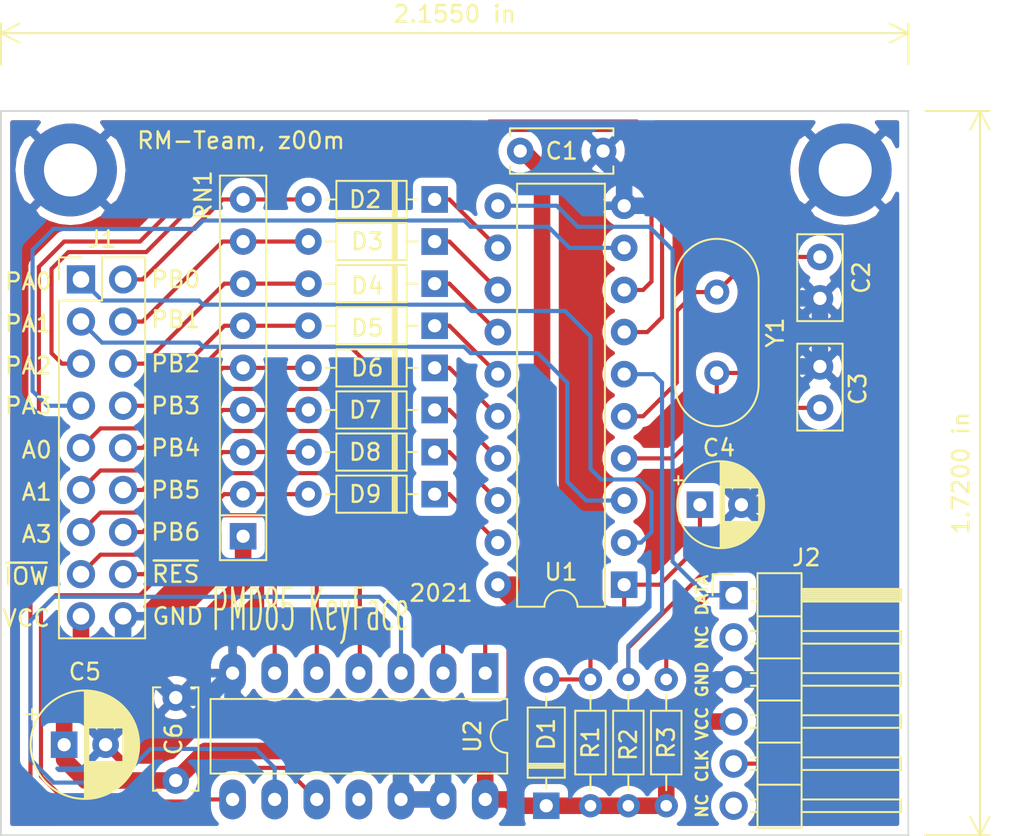
<source format=kicad_pcb>
(kicad_pcb (version 20171130) (host pcbnew "(5.1.9)-1")
  (layers (0 F.Cu signal) (31 B.Cu signal) (34 B.Paste user) (35 F.Paste user) (36 B.SilkS user) (37 F.SilkS user) (38 B.Mask user) (39 F.Mask user) (44 Edge.Cuts user))
  (net 0 "")
  (net 1 GND)
  (net 2 VCC)
  (net 3 "Net-(C2-Pad1)")
  (net 4 "Net-(C3-Pad1)")
  (net 5 "Net-(C4-Pad1)")
  (net 6 /ROW0)
  (net 7 /PB0)
  (net 8 /PB1)
  (net 9 /ROW1)
  (net 10 /ROW2)
  (net 11 /PB2)
  (net 12 /PB3)
  (net 13 /ROW3)
  (net 14 /ROW4)
  (net 15 /PB4)
  (net 16 /PB5)
  (net 17 /SHIFT)
  (net 18 /STOP)
  (net 19 /PB6)
  (net 20 /~RES)
  (net 21 /RESET)
  (net 22 /PA0)
  (net 23 /PA1)
  (net 24 /PA2)
  (net 25 /PA3)
  (net 26 /A0)
  (net 27 /A1)
  (net 28 /A3)
  (net 29 /~IOW)
  (net 30 /DATA)
  (net 31 "Net-(J2-Pad2)")
  (net 32 /CLK)
  (net 33 "Net-(J2-Pad6)")
  (net 34 /0F4h)
  (net 35 "Net-(U2-Pad3)")
  (net 36 "Net-(U2-Pad10)")
  (net 37 "Net-(U2-Pad11)")
  (module Connector_PinHeader_2.54mm:PinHeader_1x06_P2.54mm_Horizontal (layer F.Cu) (at 121.666 81.28)
    (fp_text reference J2 (at 4.385 -2.27) (layer F.SilkS))
    (fp_text value Mini-DIN-6)
    (pad 1 thru_hole rect (at 0 0) (size 1.7 1.7) (drill 1) (layers *.Cu *.Mask) (net 30 /DATA))
    (pad 2 thru_hole oval (at 0 2.54) (size 1.7 1.7) (drill 1) (layers *.Cu *.Mask) (net 31 "Net-(J2-Pad2)"))
    (pad 3 thru_hole oval (at 0 5.08) (size 1.7 1.7) (drill 1) (layers *.Cu *.Mask) (net 1 GND))
    (pad 4 thru_hole oval (at 0 7.62) (size 1.7 1.7) (drill 1) (layers *.Cu *.Mask) (net 2 VCC))
    (pad 5 thru_hole oval (at 0 10.16) (size 1.7 1.7) (drill 1) (layers *.Cu *.Mask) (net 32 /CLK))
    (pad 6 thru_hole oval (at 0 12.7) (size 1.7 1.7) (drill 1) (layers *.Cu *.Mask) (net 33 "Net-(J2-Pad6)"))
  )
  (module MountingHole:MountingHole_3.2mm_M3_DIN965_Pad (layer F.Cu) (at 128.397 55.626)
    (fp_text reference MH2 hide)
    (fp_text value MountingHole_3.2mm_M3_DIN965_Pad hide)
    (pad 1 thru_hole circle (at 0 0) (size 5.6 5.6) (drill 3.2) (layers *.Cu *.Mask) (net 1 GND))
  )
  (module MountingHole:MountingHole_3.2mm_M3_DIN965_Pad (layer F.Cu) (at 81.661 55.626)
    (fp_text reference MH1 hide)
    (fp_text value MountingHole_3.2mm_M3_DIN965_Pad hide)
    (pad 1 thru_hole circle (at 0 0) (size 5.6 5.6) (drill 3.2) (layers *.Cu *.Mask) (net 1 GND))
  )
  (module Capacitor_THT:C_Disc_D6.0mm_W2.5mm_P5.00mm (layer F.Cu) (at 113.792 54.483 180)
    (fp_text reference C1 (at 2.5 0) (layer F.SilkS))
    (fp_text value 100n)
    (pad 1 thru_hole circle (at 0 0 180) (size 1.6 1.6) (drill 0.8) (layers *.Cu *.Mask) (net 1 GND))
    (pad 2 thru_hole circle (at 5 0 180) (size 1.6 1.6) (drill 0.8) (layers *.Cu *.Mask) (net 2 VCC))
  )
  (module Capacitor_THT:C_Disc_D5.0mm_W2.5mm_P2.50mm (layer F.Cu) (at 126.873 60.873 270)
    (fp_text reference C2 (at 1.25 -2.5 90) (layer F.SilkS))
    (fp_text value 18p)
    (pad 2 thru_hole circle (at 2.5 0 270) (size 1.6 1.6) (drill 0.8) (layers *.Cu *.Mask) (net 1 GND))
    (pad 1 thru_hole circle (at 0 0 270) (size 1.6 1.6) (drill 0.8) (layers *.Cu *.Mask) (net 3 "Net-(C2-Pad1)"))
  )
  (module Capacitor_THT:C_Disc_D5.0mm_W2.5mm_P2.50mm (layer F.Cu) (at 126.873 69.977 90)
    (fp_text reference C3 (at 1.143 2.286 90) (layer F.SilkS))
    (fp_text value 18p)
    (pad 1 thru_hole circle (at 0 0 90) (size 1.6 1.6) (drill 0.8) (layers *.Cu *.Mask) (net 4 "Net-(C3-Pad1)"))
    (pad 2 thru_hole circle (at 2.5 0 90) (size 1.6 1.6) (drill 0.8) (layers *.Cu *.Mask) (net 1 GND))
  )
  (module Capacitor_THT:CP_Radial_D5.0mm_P2.50mm (layer F.Cu) (at 119.634 75.819)
    (fp_text reference C4 (at 1.143 -3.429) (layer F.SilkS))
    (fp_text value 1uF)
    (pad 1 thru_hole rect (at 0 0) (size 1.6 1.6) (drill 0.8) (layers *.Cu *.Mask) (net 5 "Net-(C4-Pad1)"))
    (pad 2 thru_hole circle (at 2.5 0) (size 1.6 1.6) (drill 0.8) (layers *.Cu *.Mask) (net 1 GND))
  )
  (module Capacitor_THT:CP_Radial_D6.3mm_P2.50mm (layer F.Cu) (at 81.28 90.297)
    (fp_text reference C5 (at 1.25 -4.4) (layer F.SilkS))
    (fp_text value 100uF)
    (pad 1 thru_hole rect (at 0 0) (size 1.6 1.6) (drill 0.8) (layers *.Cu *.Mask) (net 2 VCC))
    (pad 2 thru_hole circle (at 2.5 0) (size 1.6 1.6) (drill 0.8) (layers *.Cu *.Mask) (net 1 GND))
  )
  (module Capacitor_THT:C_Disc_D6.0mm_W2.5mm_P5.00mm (layer F.Cu) (at 88.011 92.456 90)
    (fp_text reference C6 (at 2.5 -0.127 90) (layer F.SilkS))
    (fp_text value 100n)
    (pad 2 thru_hole circle (at 5 0 90) (size 1.6 1.6) (drill 0.8) (layers *.Cu *.Mask) (net 1 GND))
    (pad 1 thru_hole circle (at 0 0 90) (size 1.6 1.6) (drill 0.8) (layers *.Cu *.Mask) (net 2 VCC))
  )
  (module Diode_THT:D_DO-35_SOD27_P7.62mm_Horizontal (layer F.Cu) (at 110.363 93.98 90)
    (fp_text reference D1 (at 4.318 0 90) (layer F.SilkS))
    (fp_text value 1N4148)
    (pad 1 thru_hole rect (at 0 0 90) (size 1.6 1.6) (drill 0.8) (layers *.Cu *.Mask) (net 2 VCC))
    (pad 2 thru_hole oval (at 7.62 0 90) (size 1.6 1.6) (drill 0.8) (layers *.Cu *.Mask) (net 5 "Net-(C4-Pad1)"))
  )
  (module Diode_THT:D_DO-35_SOD27_P7.62mm_Horizontal (layer F.Cu) (at 103.632 57.404 180)
    (fp_text reference D2 (at 4.191 0) (layer F.SilkS))
    (fp_text value 1N4148)
    (pad 1 thru_hole rect (at 0 0 180) (size 1.6 1.6) (drill 0.8) (layers *.Cu *.Mask) (net 6 /ROW0))
    (pad 2 thru_hole oval (at 7.62 0 180) (size 1.6 1.6) (drill 0.8) (layers *.Cu *.Mask) (net 7 /PB0))
  )
  (module Diode_THT:D_DO-35_SOD27_P7.62mm_Horizontal (layer F.Cu) (at 103.632 59.944 180)
    (fp_text reference D3 (at 4.064 0) (layer F.SilkS))
    (fp_text value 1N4148)
    (pad 2 thru_hole oval (at 7.62 0 180) (size 1.6 1.6) (drill 0.8) (layers *.Cu *.Mask) (net 8 /PB1))
    (pad 1 thru_hole rect (at 0 0 180) (size 1.6 1.6) (drill 0.8) (layers *.Cu *.Mask) (net 9 /ROW1))
  )
  (module Diode_THT:D_DO-35_SOD27_P7.62mm_Horizontal (layer F.Cu) (at 103.632 62.484 180)
    (fp_text reference D4 (at 4.064 -0.127) (layer F.SilkS))
    (fp_text value 1N4148)
    (pad 1 thru_hole rect (at 0 0 180) (size 1.6 1.6) (drill 0.8) (layers *.Cu *.Mask) (net 10 /ROW2))
    (pad 2 thru_hole oval (at 7.62 0 180) (size 1.6 1.6) (drill 0.8) (layers *.Cu *.Mask) (net 11 /PB2))
  )
  (module Diode_THT:D_DO-35_SOD27_P7.62mm_Horizontal (layer F.Cu) (at 103.632 65.024 180)
    (fp_text reference D5 (at 4.064 -0.127) (layer F.SilkS))
    (fp_text value 1N4148)
    (pad 2 thru_hole oval (at 7.62 0 180) (size 1.6 1.6) (drill 0.8) (layers *.Cu *.Mask) (net 12 /PB3))
    (pad 1 thru_hole rect (at 0 0 180) (size 1.6 1.6) (drill 0.8) (layers *.Cu *.Mask) (net 13 /ROW3))
  )
  (module Diode_THT:D_DO-35_SOD27_P7.62mm_Horizontal (layer F.Cu) (at 103.632 67.564 180)
    (fp_text reference D6 (at 4.064 0) (layer F.SilkS))
    (fp_text value 1N4148)
    (pad 1 thru_hole rect (at 0 0 180) (size 1.6 1.6) (drill 0.8) (layers *.Cu *.Mask) (net 14 /ROW4))
    (pad 2 thru_hole oval (at 7.62 0 180) (size 1.6 1.6) (drill 0.8) (layers *.Cu *.Mask) (net 15 /PB4))
  )
  (module Diode_THT:D_DO-35_SOD27_P7.62mm_Horizontal (layer F.Cu) (at 103.632 70.104 180)
    (fp_text reference D7 (at 4.191 0) (layer F.SilkS))
    (fp_text value 1N4148)
    (pad 2 thru_hole oval (at 7.62 0 180) (size 1.6 1.6) (drill 0.8) (layers *.Cu *.Mask) (net 16 /PB5))
    (pad 1 thru_hole rect (at 0 0 180) (size 1.6 1.6) (drill 0.8) (layers *.Cu *.Mask) (net 17 /SHIFT))
  )
  (module Diode_THT:D_DO-35_SOD27_P7.62mm_Horizontal (layer F.Cu) (at 103.632 72.644 180)
    (fp_text reference D8 (at 4.191 0) (layer F.SilkS))
    (fp_text value 1N4148)
    (pad 1 thru_hole rect (at 0 0 180) (size 1.6 1.6) (drill 0.8) (layers *.Cu *.Mask) (net 18 /STOP))
    (pad 2 thru_hole oval (at 7.62 0 180) (size 1.6 1.6) (drill 0.8) (layers *.Cu *.Mask) (net 19 /PB6))
  )
  (module Diode_THT:D_DO-35_SOD27_P7.62mm_Horizontal (layer F.Cu) (at 103.632 75.184 180)
    (fp_text reference D9 (at 4.191 0) (layer F.SilkS))
    (fp_text value 1N4148)
    (pad 2 thru_hole oval (at 7.62 0 180) (size 1.6 1.6) (drill 0.8) (layers *.Cu *.Mask) (net 20 /~RES))
    (pad 1 thru_hole rect (at 0 0 180) (size 1.6 1.6) (drill 0.8) (layers *.Cu *.Mask) (net 21 /RESET))
  )
  (module Connector_PinHeader_2.54mm:PinHeader_2x09_P2.54mm_Vertical (layer F.Cu) (at 82.296 62.23)
    (fp_text reference J1 (at 1.27 -2.413) (layer F.SilkS))
    (fp_text value PMD85)
    (pad 1 thru_hole rect (at 0 0) (size 1.7 1.7) (drill 1) (layers *.Cu *.Mask) (net 22 /PA0))
    (pad 2 thru_hole oval (at 2.54 0) (size 1.7 1.7) (drill 1) (layers *.Cu *.Mask) (net 7 /PB0))
    (pad 3 thru_hole oval (at 0 2.54) (size 1.7 1.7) (drill 1) (layers *.Cu *.Mask) (net 23 /PA1))
    (pad 4 thru_hole oval (at 2.54 2.54) (size 1.7 1.7) (drill 1) (layers *.Cu *.Mask) (net 8 /PB1))
    (pad 5 thru_hole oval (at 0 5.08) (size 1.7 1.7) (drill 1) (layers *.Cu *.Mask) (net 24 /PA2))
    (pad 6 thru_hole oval (at 2.54 5.08) (size 1.7 1.7) (drill 1) (layers *.Cu *.Mask) (net 11 /PB2))
    (pad 7 thru_hole oval (at 0 7.62) (size 1.7 1.7) (drill 1) (layers *.Cu *.Mask) (net 25 /PA3))
    (pad 8 thru_hole oval (at 2.54 7.62) (size 1.7 1.7) (drill 1) (layers *.Cu *.Mask) (net 12 /PB3))
    (pad 9 thru_hole oval (at 0 10.16) (size 1.7 1.7) (drill 1) (layers *.Cu *.Mask) (net 26 /A0))
    (pad 10 thru_hole oval (at 2.54 10.16) (size 1.7 1.7) (drill 1) (layers *.Cu *.Mask) (net 15 /PB4))
    (pad 11 thru_hole oval (at 0 12.7) (size 1.7 1.7) (drill 1) (layers *.Cu *.Mask) (net 27 /A1))
    (pad 12 thru_hole oval (at 2.54 12.7) (size 1.7 1.7) (drill 1) (layers *.Cu *.Mask) (net 16 /PB5))
    (pad 13 thru_hole oval (at 0 15.24) (size 1.7 1.7) (drill 1) (layers *.Cu *.Mask) (net 28 /A3))
    (pad 14 thru_hole oval (at 2.54 15.24) (size 1.7 1.7) (drill 1) (layers *.Cu *.Mask) (net 19 /PB6))
    (pad 15 thru_hole oval (at 0 17.78) (size 1.7 1.7) (drill 1) (layers *.Cu *.Mask) (net 29 /~IOW))
    (pad 16 thru_hole oval (at 2.54 17.78) (size 1.7 1.7) (drill 1) (layers *.Cu *.Mask) (net 20 /~RES))
    (pad 17 thru_hole oval (at 0 20.32) (size 1.7 1.7) (drill 1) (layers *.Cu *.Mask) (net 2 VCC))
    (pad 18 thru_hole oval (at 2.54 20.32) (size 1.7 1.7) (drill 1) (layers *.Cu *.Mask) (net 1 GND))
  )
  (module Resistor_THT:R_Axial_DIN0204_L3.6mm_D1.6mm_P7.62mm_Horizontal (layer F.Cu) (at 113.03 93.98 90)
    (fp_text reference R1 (at 3.81 0 90) (layer F.SilkS))
    (fp_text value 10k)
    (pad 1 thru_hole circle (at 0 0 90) (size 1.4 1.4) (drill 0.7) (layers *.Cu *.Mask) (net 2 VCC))
    (pad 2 thru_hole oval (at 7.62 0 90) (size 1.4 1.4) (drill 0.7) (layers *.Cu *.Mask) (net 5 "Net-(C4-Pad1)"))
  )
  (module Resistor_THT:R_Axial_DIN0204_L3.6mm_D1.6mm_P7.62mm_Horizontal (layer F.Cu) (at 115.316 93.98 90)
    (fp_text reference R2 (at 3.683 0 90) (layer F.SilkS))
    (fp_text value 1k)
    (pad 2 thru_hole oval (at 7.62 0 90) (size 1.4 1.4) (drill 0.7) (layers *.Cu *.Mask) (net 32 /CLK))
    (pad 1 thru_hole circle (at 0 0 90) (size 1.4 1.4) (drill 0.7) (layers *.Cu *.Mask) (net 2 VCC))
  )
  (module Resistor_THT:R_Axial_DIN0204_L3.6mm_D1.6mm_P7.62mm_Horizontal (layer F.Cu) (at 117.602 93.98 90)
    (fp_text reference R3 (at 3.81 0 90) (layer F.SilkS))
    (fp_text value 1k)
    (pad 1 thru_hole circle (at 0 0 90) (size 1.4 1.4) (drill 0.7) (layers *.Cu *.Mask) (net 2 VCC))
    (pad 2 thru_hole oval (at 7.62 0 90) (size 1.4 1.4) (drill 0.7) (layers *.Cu *.Mask) (net 30 /DATA))
  )
  (module Resistor_THT:R_Array_SIP9 (layer F.Cu) (at 92.075 77.724 90)
    (fp_text reference RN1 (at 20.574 -2.413 270) (layer F.SilkS))
    (fp_text value 47k)
    (pad 1 thru_hole rect (at 0 0 90) (size 1.6 1.6) (drill 0.8) (layers *.Cu *.Mask) (net 2 VCC))
    (pad 2 thru_hole oval (at 2.54 0 90) (size 1.6 1.6) (drill 0.8) (layers *.Cu *.Mask) (net 20 /~RES))
    (pad 3 thru_hole oval (at 5.08 0 90) (size 1.6 1.6) (drill 0.8) (layers *.Cu *.Mask) (net 19 /PB6))
    (pad 4 thru_hole oval (at 7.62 0 90) (size 1.6 1.6) (drill 0.8) (layers *.Cu *.Mask) (net 16 /PB5))
    (pad 5 thru_hole oval (at 10.16 0 90) (size 1.6 1.6) (drill 0.8) (layers *.Cu *.Mask) (net 15 /PB4))
    (pad 6 thru_hole oval (at 12.7 0 90) (size 1.6 1.6) (drill 0.8) (layers *.Cu *.Mask) (net 12 /PB3))
    (pad 7 thru_hole oval (at 15.24 0 90) (size 1.6 1.6) (drill 0.8) (layers *.Cu *.Mask) (net 11 /PB2))
    (pad 8 thru_hole oval (at 17.78 0 90) (size 1.6 1.6) (drill 0.8) (layers *.Cu *.Mask) (net 8 /PB1))
    (pad 9 thru_hole oval (at 20.32 0 90) (size 1.6 1.6) (drill 0.8) (layers *.Cu *.Mask) (net 7 /PB0))
  )
  (module Package_DIP:DIP-20_W7.62mm (layer F.Cu) (at 115.062 80.645 180)
    (fp_text reference U1 (at 3.81 0.762) (layer F.SilkS))
    (fp_text value ATtiny2313-20PU)
    (pad 1 thru_hole rect (at 0 0 180) (size 1.6 1.6) (drill 0.8) (layers *.Cu *.Mask) (net 5 "Net-(C4-Pad1)"))
    (pad 11 thru_hole oval (at 7.62 22.86 180) (size 1.6 1.6) (drill 0.8) (layers *.Cu *.Mask) (net 30 /DATA))
    (pad 2 thru_hole oval (at 0 2.54 180) (size 1.6 1.6) (drill 0.8) (layers *.Cu *.Mask) (net 22 /PA0))
    (pad 12 thru_hole oval (at 7.62 20.32 180) (size 1.6 1.6) (drill 0.8) (layers *.Cu *.Mask) (net 6 /ROW0))
    (pad 3 thru_hole oval (at 0 5.08 180) (size 1.6 1.6) (drill 0.8) (layers *.Cu *.Mask) (net 23 /PA1))
    (pad 13 thru_hole oval (at 7.62 17.78 180) (size 1.6 1.6) (drill 0.8) (layers *.Cu *.Mask) (net 9 /ROW1))
    (pad 4 thru_hole oval (at 0 7.62 180) (size 1.6 1.6) (drill 0.8) (layers *.Cu *.Mask) (net 4 "Net-(C3-Pad1)"))
    (pad 14 thru_hole oval (at 7.62 15.24 180) (size 1.6 1.6) (drill 0.8) (layers *.Cu *.Mask) (net 10 /ROW2))
    (pad 5 thru_hole oval (at 0 10.16 180) (size 1.6 1.6) (drill 0.8) (layers *.Cu *.Mask) (net 3 "Net-(C2-Pad1)"))
    (pad 15 thru_hole oval (at 7.62 12.7 180) (size 1.6 1.6) (drill 0.8) (layers *.Cu *.Mask) (net 13 /ROW3))
    (pad 6 thru_hole oval (at 0 12.7 180) (size 1.6 1.6) (drill 0.8) (layers *.Cu *.Mask) (net 32 /CLK))
    (pad 16 thru_hole oval (at 7.62 10.16 180) (size 1.6 1.6) (drill 0.8) (layers *.Cu *.Mask) (net 14 /ROW4))
    (pad 7 thru_hole oval (at 0 15.24 180) (size 1.6 1.6) (drill 0.8) (layers *.Cu *.Mask) (net 34 /0F4h))
    (pad 17 thru_hole oval (at 7.62 7.62 180) (size 1.6 1.6) (drill 0.8) (layers *.Cu *.Mask) (net 17 /SHIFT))
    (pad 8 thru_hole oval (at 0 17.78 180) (size 1.6 1.6) (drill 0.8) (layers *.Cu *.Mask) (net 24 /PA2))
    (pad 18 thru_hole oval (at 7.62 5.08 180) (size 1.6 1.6) (drill 0.8) (layers *.Cu *.Mask) (net 18 /STOP))
    (pad 9 thru_hole oval (at 0 20.32 180) (size 1.6 1.6) (drill 0.8) (layers *.Cu *.Mask) (net 25 /PA3))
    (pad 19 thru_hole oval (at 7.62 2.54 180) (size 1.6 1.6) (drill 0.8) (layers *.Cu *.Mask) (net 21 /RESET))
    (pad 10 thru_hole oval (at 0 22.86 180) (size 1.6 1.6) (drill 0.8) (layers *.Cu *.Mask) (net 1 GND))
    (pad 20 thru_hole oval (at 7.62 0 180) (size 1.6 1.6) (drill 0.8) (layers *.Cu *.Mask) (net 2 VCC))
  )
  (module Package_DIP:DIP-14_W7.62mm_LongPads (layer F.Cu) (at 106.68 85.979 270)
    (fp_text reference U2 (at 3.81 0.762 90) (layer F.SilkS))
    (fp_text value 74LS32)
    (pad 1 thru_hole rect (at 0 0 270) (size 2.4 1.6) (drill 0.8) (layers *.Cu *.Mask) (net 26 /A0))
    (pad 8 thru_hole oval (at 7.62 15.24 270) (size 2.4 1.6) (drill 0.8) (layers *.Cu *.Mask) (net 34 /0F4h))
    (pad 2 thru_hole oval (at 0 2.54 270) (size 2.4 1.6) (drill 0.8) (layers *.Cu *.Mask) (net 27 /A1))
    (pad 9 thru_hole oval (at 7.62 12.7 270) (size 2.4 1.6) (drill 0.8) (layers *.Cu *.Mask) (net 35 "Net-(U2-Pad3)"))
    (pad 3 thru_hole oval (at 0 5.08 270) (size 2.4 1.6) (drill 0.8) (layers *.Cu *.Mask) (net 35 "Net-(U2-Pad3)"))
    (pad 10 thru_hole oval (at 7.62 10.16 270) (size 2.4 1.6) (drill 0.8) (layers *.Cu *.Mask) (net 36 "Net-(U2-Pad10)"))
    (pad 4 thru_hole oval (at 0 7.62 270) (size 2.4 1.6) (drill 0.8) (layers *.Cu *.Mask) (net 28 /A3))
    (pad 11 thru_hole oval (at 7.62 7.62 270) (size 2.4 1.6) (drill 0.8) (layers *.Cu *.Mask) (net 37 "Net-(U2-Pad11)"))
    (pad 5 thru_hole oval (at 0 10.16 270) (size 2.4 1.6) (drill 0.8) (layers *.Cu *.Mask) (net 29 /~IOW))
    (pad 12 thru_hole oval (at 7.62 5.08 270) (size 2.4 1.6) (drill 0.8) (layers *.Cu *.Mask) (net 1 GND))
    (pad 6 thru_hole oval (at 0 12.7 270) (size 2.4 1.6) (drill 0.8) (layers *.Cu *.Mask) (net 36 "Net-(U2-Pad10)"))
    (pad 13 thru_hole oval (at 7.62 2.54 270) (size 2.4 1.6) (drill 0.8) (layers *.Cu *.Mask) (net 1 GND))
    (pad 7 thru_hole oval (at 0 15.24 270) (size 2.4 1.6) (drill 0.8) (layers *.Cu *.Mask) (net 1 GND))
    (pad 14 thru_hole oval (at 7.62 0 270) (size 2.4 1.6) (drill 0.8) (layers *.Cu *.Mask) (net 2 VCC))
  )
  (module Crystal:Crystal_HC49-U_Vertical (layer F.Cu) (at 120.65 62.992 270)
    (fp_text reference Y1 (at 2.44 -3.525 90) (layer F.SilkS))
    (fp_text value 20MHz)
    (pad 1 thru_hole circle (at 0 0 270) (size 1.5 1.5) (drill 0.8) (layers *.Cu *.Mask) (net 3 "Net-(C2-Pad1)"))
    (pad 2 thru_hole circle (at 4.88 0 270) (size 1.5 1.5) (drill 0.8) (layers *.Cu *.Mask) (net 4 "Net-(C3-Pad1)"))
  )
  (gr_text NC (at 119.761 93.98 90) (layer F.SilkS) (effects (font (size 0.7 0.7))))
  (gr_text NC (at 119.761 83.82 90) (layer F.SilkS) (effects (font (size 0.7 0.7))))
  (dimension 43.688 (width 0.12) (layer F.SilkS) (gr_text "43,688 mm" (at 137.795 73.914 270) (layer F.SilkS) (effects (font (size 1 1) (thickness 0.15)))) (feature1 (pts (xy 133.223 95.758) (xy 137.111421 95.758))) (feature2 (pts (xy 133.223 52.07) (xy 137.111421 52.07))) (crossbar (pts (xy 136.525 52.07) (xy 136.525 95.758))) (arrow1a (pts (xy 136.525 95.758) (xy 135.938579 94.631496))) (arrow1b (pts (xy 136.525 95.758) (xy 137.111421 94.631496))) (arrow2a (pts (xy 136.525 52.07) (xy 135.938579 53.196504))) (arrow2b (pts (xy 136.525 52.07) (xy 137.111421 53.196504))))
  (dimension 54.737 (width 0.12) (layer F.SilkS) (gr_text "54,737 mm" (at 104.8385 46.101) (layer F.SilkS) (effects (font (size 1 1) (thickness 0.15)))) (feature1 (pts (xy 132.207 49.276) (xy 132.207 46.784579))) (feature2 (pts (xy 77.47 49.276) (xy 77.47 46.784579))) (crossbar (pts (xy 77.47 47.371) (xy 132.207 47.371))) (arrow1a (pts (xy 132.207 47.371) (xy 131.080496 47.957421))) (arrow1b (pts (xy 132.207 47.371) (xy 131.080496 46.784579))) (arrow2a (pts (xy 77.47 47.371) (xy 78.596504 47.957421))) (arrow2b (pts (xy 77.47 47.371) (xy 78.596504 46.784579))))
  (gr_text VCC (at 119.761 89.027 90) (layer F.SilkS) (effects (font (size 0.7 0.7))))
  (gr_text DATA (at 119.761 81.28 90) (layer F.SilkS) (effects (font (size 0.7 0.7))))
  (gr_text GND (at 119.761 86.36 90) (layer F.SilkS) (effects (font (size 0.7 0.7))))
  (gr_text CLK (at 119.761 91.567 90) (layer F.SilkS) (effects (font (size 0.7 0.7))))
  (gr_text "RM-Team, z00m" (at 91.948 53.848) (layer F.SilkS) (effects (font (size 1 1))))
  (gr_text 2021 (at 104.013 81.153) (layer F.SilkS) (effects (font (size 1 1))))
  (gr_text "PMD85 KeyFace" (at 96.139 82.169) (layer F.SilkS) (effects (font (size 2.5 1))))
  (gr_line (start 132.207 52.07) (end 132.207 95.758) (layer Edge.Cuts) (width 0.1))
  (gr_line (start 77.47 52.07) (end 132.207 52.07) (layer Edge.Cuts) (width 0.1))
  (gr_line (start 77.47 95.758) (end 77.47 52.07) (layer Edge.Cuts) (width 0.1))
  (gr_line (start 132.207 95.758) (end 77.47 95.758) (layer Edge.Cuts) (width 0.1))
  (gr_text GND (at 88.138 82.55) (layer F.SilkS) (effects (font (size 1 1))))
  (gr_text ~RES (at 88.011 80.01) (layer F.SilkS) (effects (font (size 1 1))))
  (gr_text PB6 (at 88.011 77.47) (layer F.SilkS) (effects (font (size 1 1))))
  (gr_text PB5 (at 88.011 74.93) (layer F.SilkS) (effects (font (size 1 1))))
  (gr_text PB4 (at 88.011 72.39) (layer F.SilkS) (effects (font (size 1 1))))
  (gr_text PB3 (at 88.011 69.85) (layer F.SilkS) (effects (font (size 1 1))))
  (gr_text PB2 (at 88.011 67.31) (layer F.SilkS) (effects (font (size 1 1))))
  (gr_text PB1 (at 88.011 64.643) (layer F.SilkS) (effects (font (size 1 1))))
  (gr_text PB0 (at 88.011 62.23) (layer F.SilkS) (effects (font (size 1 1))))
  (gr_text VCC (at 78.994 82.677) (layer F.SilkS) (effects (font (size 1 1))))
  (gr_text ~IOW (at 78.994 80.137) (layer F.SilkS) (effects (font (size 1 1))))
  (gr_text A3 (at 79.629 77.597) (layer F.SilkS) (effects (font (size 1 1))))
  (gr_text A1 (at 79.629 75.057) (layer F.SilkS) (effects (font (size 1 1))))
  (gr_text A0 (at 79.629 72.517) (layer F.SilkS) (effects (font (size 1 1))))
  (gr_text PA3 (at 79.121 69.85) (layer F.SilkS) (effects (font (size 1 1))))
  (gr_text PA2 (at 79.121 67.437) (layer F.SilkS) (effects (font (size 1 1))))
  (gr_text PA1 (at 79.121 64.897) (layer F.SilkS) (effects (font (size 1 1))))
  (gr_text PA0 (at 79.121 62.357) (layer F.SilkS) (effects (font (size 1 1))))
  (segment (start 126.873 63.373) (end 126.873 67.477) (width 1) (layer B.Cu) (net 1))
  (segment (start 88.011 87.2753) (end 88.011 87.456) (width 1) (layer F.Cu) (net 1))
  (segment (start 115.062 57.785) (end 115.062 56.2847) (width 1) (layer B.Cu) (net 1))
  (segment (start 115.062 56.2847) (end 113.792 55.0147) (width 1) (layer B.Cu) (net 1))
  (segment (start 113.792 55.0147) (end 113.792 54.483) (width 1) (layer B.Cu) (net 1))
  (segment (start 84.836 82.55) (end 84.836 85.09) (width 1) (layer B.Cu) (net 1))
  (segment (start 85.645 85.09) (end 88.011 87.456) (width 1) (layer B.Cu) (net 1))
  (segment (start 84.836 85.09) (end 85.645 85.09) (width 1) (layer B.Cu) (net 1))
  (segment (start 89.963 87.456) (end 91.44 85.979) (width 1) (layer B.Cu) (net 1))
  (segment (start 88.011 87.456) (end 89.963 87.456) (width 1) (layer B.Cu) (net 1))
  (segment (start 91.44 85.979) (end 91.44 87.376) (width 1) (layer B.Cu) (net 1))
  (segment (start 91.44 87.376) (end 93.091 89.027) (width 1) (layer B.Cu) (net 1))
  (segment (start 93.091 89.027) (end 100.457 89.027) (width 1) (layer B.Cu) (net 1))
  (segment (start 101.6 90.17) (end 101.6 93.599) (width 1) (layer B.Cu) (net 1))
  (segment (start 100.457 89.027) (end 101.6 90.17) (width 1) (layer B.Cu) (net 1))
  (segment (start 101.6 93.599) (end 104.14 93.599) (width 1) (layer B.Cu) (net 1))
  (segment (start 122.134 69.509) (end 122.134 75.819) (width 1) (layer B.Cu) (net 1))
  (segment (start 124.166 67.477) (end 122.134 69.509) (width 1) (layer B.Cu) (net 1))
  (segment (start 126.873 67.477) (end 124.166 67.477) (width 1) (layer B.Cu) (net 1))
  (segment (start 119.126 57.785) (end 115.062 57.785) (width 1) (layer B.Cu) (net 1))
  (segment (start 124.714 63.373) (end 119.126 57.785) (width 1) (layer B.Cu) (net 1))
  (segment (start 126.873 63.373) (end 124.714 63.373) (width 1) (layer B.Cu) (net 1))
  (segment (start 104.14 93.599) (end 104.14 90.551) (width 1) (layer B.Cu) (net 1))
  (segment (start 104.14 90.551) (end 105.664 89.027) (width 1) (layer B.Cu) (net 1))
  (segment (start 105.664 89.027) (end 117.983 89.027) (width 1) (layer B.Cu) (net 1))
  (segment (start 120.65 86.36) (end 121.666 86.36) (width 1) (layer B.Cu) (net 1))
  (segment (start 117.983 89.027) (end 120.65 86.36) (width 1) (layer B.Cu) (net 1))
  (segment (start 123.698 75.819) (end 122.134 75.819) (width 1) (layer B.Cu) (net 1))
  (segment (start 125.095 77.216) (end 123.698 75.819) (width 1) (layer B.Cu) (net 1))
  (segment (start 125.095 84.709) (end 125.095 77.216) (width 1) (layer B.Cu) (net 1))
  (segment (start 123.444 86.36) (end 125.095 84.709) (width 1) (layer B.Cu) (net 1))
  (segment (start 121.666 86.36) (end 123.444 86.36) (width 1) (layer B.Cu) (net 1))
  (segment (start 83.78 86.146) (end 84.836 85.09) (width 1) (layer B.Cu) (net 1))
  (segment (start 83.78 90.297) (end 83.78 86.146) (width 1) (layer B.Cu) (net 1))
  (segment (start 88.011 92.456) (end 89.789 90.678) (width 1) (layer F.Cu) (net 2))
  (segment (start 89.789 90.678) (end 106.045 90.678) (width 1) (layer F.Cu) (net 2))
  (segment (start 106.045 90.678) (end 106.68 91.313) (width 1) (layer F.Cu) (net 2))
  (segment (start 106.68 91.313) (end 106.68 92.456) (width 1) (layer F.Cu) (net 2))
  (segment (start 115.316 93.98) (end 117.602 93.98) (width 1) (layer F.Cu) (net 2))
  (segment (start 113.03 93.98) (end 115.316 93.98) (width 1) (layer F.Cu) (net 2))
  (segment (start 113.03 93.98) (end 110.363 93.98) (width 1) (layer F.Cu) (net 2))
  (segment (start 106.68 92.456) (end 106.68 93.599) (width 1) (layer F.Cu) (net 2))
  (segment (start 107.442 80.645) (end 108.966 80.645) (width 1) (layer F.Cu) (net 2))
  (segment (start 108.966 80.645) (end 110.109 79.502) (width 1) (layer F.Cu) (net 2))
  (segment (start 110.109 79.502) (end 110.109 55.626) (width 1) (layer F.Cu) (net 2))
  (segment (start 110.109 55.626) (end 108.966 54.483) (width 1) (layer F.Cu) (net 2))
  (segment (start 108.966 54.483) (end 108.792 54.483) (width 1) (layer F.Cu) (net 2))
  (segment (start 82.296 82.55) (end 82.296 84.582) (width 1) (layer F.Cu) (net 2))
  (segment (start 82.296 84.582) (end 88.011 84.582) (width 1) (layer F.Cu) (net 2))
  (segment (start 92.075 80.518) (end 92.075 77.724) (width 1) (layer F.Cu) (net 2))
  (segment (start 88.011 84.582) (end 92.075 80.518) (width 1) (layer F.Cu) (net 2))
  (segment (start 106.68 93.599) (end 108.077 93.599) (width 1) (layer F.Cu) (net 2))
  (segment (start 108.458 93.98) (end 110.363 93.98) (width 1) (layer F.Cu) (net 2))
  (segment (start 108.077 93.599) (end 108.458 93.98) (width 1) (layer F.Cu) (net 2))
  (segment (start 106.045 90.678) (end 107.188 90.678) (width 1) (layer F.Cu) (net 2))
  (segment (start 107.188 90.678) (end 108.458 89.408) (width 1) (layer F.Cu) (net 2))
  (segment (start 108.458 81.661) (end 107.442 80.645) (width 1) (layer F.Cu) (net 2))
  (segment (start 108.458 89.408) (end 108.458 81.661) (width 1) (layer F.Cu) (net 2))
  (segment (start 117.602 90.932) (end 117.602 93.98) (width 1) (layer F.Cu) (net 2))
  (segment (start 119.634 88.9) (end 117.602 90.932) (width 1) (layer F.Cu) (net 2))
  (segment (start 121.666 88.9) (end 119.634 88.9) (width 1) (layer F.Cu) (net 2))
  (segment (start 81.28 85.598) (end 82.296 84.582) (width 1) (layer F.Cu) (net 2))
  (segment (start 81.28 90.297) (end 81.28 85.598) (width 1) (layer F.Cu) (net 2))
  (segment (start 81.28 90.297) (end 81.28 91.186) (width 1) (layer F.Cu) (net 2))
  (segment (start 82.55 92.456) (end 88.011 92.456) (width 1) (layer F.Cu) (net 2))
  (segment (start 81.28 91.186) (end 82.55 92.456) (width 1) (layer F.Cu) (net 2))
  (segment (start 126.873 60.873) (end 122.769 60.873) (width 0.25) (layer F.Cu) (net 3))
  (segment (start 122.769 60.873) (end 120.65 62.992) (width 0.25) (layer F.Cu) (net 3))
  (segment (start 115.062 70.485) (end 116.205 70.485) (width 0.25) (layer F.Cu) (net 3))
  (segment (start 116.205 70.485) (end 118.237 68.453) (width 0.25) (layer F.Cu) (net 3))
  (segment (start 118.237 68.453) (end 118.237 64.135) (width 0.25) (layer F.Cu) (net 3))
  (segment (start 119.38 62.992) (end 120.65 62.992) (width 0.25) (layer F.Cu) (net 3))
  (segment (start 118.237 64.135) (end 119.38 62.992) (width 0.25) (layer F.Cu) (net 3))
  (segment (start 115.062 73.025) (end 117.983 73.025) (width 0.25) (layer F.Cu) (net 4))
  (segment (start 120.65 70.358) (end 120.65 67.872) (width 0.25) (layer F.Cu) (net 4))
  (segment (start 117.983 73.025) (end 120.65 70.358) (width 0.25) (layer F.Cu) (net 4))
  (segment (start 120.65 67.872) (end 122.228 67.872) (width 0.25) (layer F.Cu) (net 4))
  (segment (start 124.333 69.977) (end 126.873 69.977) (width 0.25) (layer F.Cu) (net 4))
  (segment (start 122.228 67.872) (end 124.333 69.977) (width 0.25) (layer F.Cu) (net 4))
  (segment (start 113.03 86.36) (end 110.363 86.36) (width 0.25) (layer F.Cu) (net 5))
  (segment (start 113.03 86.36) (end 113.03 84.836) (width 0.25) (layer F.Cu) (net 5))
  (segment (start 115.062 82.804) (end 115.062 80.645) (width 0.25) (layer F.Cu) (net 5))
  (segment (start 113.03 84.836) (end 115.062 82.804) (width 0.25) (layer F.Cu) (net 5))
  (segment (start 115.062 80.645) (end 117.221 80.645) (width 0.25) (layer F.Cu) (net 5))
  (segment (start 119.634 78.232) (end 119.634 75.819) (width 0.25) (layer F.Cu) (net 5))
  (segment (start 117.221 80.645) (end 119.634 78.232) (width 0.25) (layer F.Cu) (net 5))
  (segment (start 104.521 57.404) (end 107.442 60.325) (width 0.25) (layer F.Cu) (net 6))
  (segment (start 103.632 57.404) (end 104.521 57.404) (width 0.25) (layer F.Cu) (net 6))
  (segment (start 84.836 62.23) (end 86.0113 62.23) (width 0.25) (layer F.Cu) (net 7))
  (segment (start 86.0113 62.23) (end 90.8373 57.404) (width 0.25) (layer F.Cu) (net 7))
  (segment (start 90.8373 57.404) (end 92.075 57.404) (width 0.25) (layer F.Cu) (net 7))
  (segment (start 92.075 57.404) (end 96.012 57.404) (width 0.25) (layer F.Cu) (net 7))
  (segment (start 84.836 64.77) (end 86.0113 64.77) (width 0.25) (layer F.Cu) (net 8))
  (segment (start 86.0113 64.77) (end 90.8373 59.944) (width 0.25) (layer F.Cu) (net 8))
  (segment (start 90.8373 59.944) (end 92.075 59.944) (width 0.25) (layer F.Cu) (net 8))
  (segment (start 92.075 59.944) (end 96.012 59.944) (width 0.25) (layer F.Cu) (net 8))
  (segment (start 104.521 59.944) (end 107.442 62.865) (width 0.25) (layer F.Cu) (net 9))
  (segment (start 103.632 59.944) (end 104.521 59.944) (width 0.25) (layer F.Cu) (net 9))
  (segment (start 104.521 62.484) (end 107.442 65.405) (width 0.25) (layer F.Cu) (net 10))
  (segment (start 103.632 62.484) (end 104.521 62.484) (width 0.25) (layer F.Cu) (net 10))
  (segment (start 92.075 62.484) (end 90.9497 62.484) (width 0.25) (layer F.Cu) (net 11))
  (segment (start 84.836 67.31) (end 86.1237 67.31) (width 0.25) (layer F.Cu) (net 11))
  (segment (start 86.1237 67.31) (end 90.9497 62.484) (width 0.25) (layer F.Cu) (net 11))
  (segment (start 92.075 62.484) (end 96.012 62.484) (width 0.25) (layer F.Cu) (net 11))
  (segment (start 92.075 65.024) (end 90.9497 65.024) (width 0.25) (layer F.Cu) (net 12))
  (segment (start 84.836 69.85) (end 86.1237 69.85) (width 0.25) (layer F.Cu) (net 12))
  (segment (start 86.1237 69.85) (end 90.9497 65.024) (width 0.25) (layer F.Cu) (net 12))
  (segment (start 92.075 65.024) (end 96.012 65.024) (width 0.25) (layer F.Cu) (net 12))
  (segment (start 104.521 65.024) (end 107.442 67.945) (width 0.25) (layer F.Cu) (net 13))
  (segment (start 103.632 65.024) (end 104.521 65.024) (width 0.25) (layer F.Cu) (net 13))
  (segment (start 104.521 67.564) (end 107.442 70.485) (width 0.25) (layer F.Cu) (net 14))
  (segment (start 103.632 67.564) (end 104.521 67.564) (width 0.25) (layer F.Cu) (net 14))
  (segment (start 84.836 72.39) (end 86.0113 72.39) (width 0.25) (layer F.Cu) (net 15))
  (segment (start 92.075 67.564) (end 90.8373 67.564) (width 0.25) (layer F.Cu) (net 15))
  (segment (start 90.8373 67.564) (end 86.0113 72.39) (width 0.25) (layer F.Cu) (net 15))
  (segment (start 96.012 67.564) (end 92.075 67.564) (width 0.25) (layer F.Cu) (net 15))
  (segment (start 84.836 74.93) (end 86.0113 74.93) (width 0.25) (layer F.Cu) (net 16))
  (segment (start 92.075 70.104) (end 90.8373 70.104) (width 0.25) (layer F.Cu) (net 16))
  (segment (start 90.8373 70.104) (end 86.0113 74.93) (width 0.25) (layer F.Cu) (net 16))
  (segment (start 96.012 70.104) (end 92.075 70.104) (width 0.25) (layer F.Cu) (net 16))
  (segment (start 104.521 70.104) (end 107.442 73.025) (width 0.25) (layer F.Cu) (net 17))
  (segment (start 103.632 70.104) (end 104.521 70.104) (width 0.25) (layer F.Cu) (net 17))
  (segment (start 104.521 72.644) (end 107.442 75.565) (width 0.25) (layer F.Cu) (net 18))
  (segment (start 103.632 72.644) (end 104.521 72.644) (width 0.25) (layer F.Cu) (net 18))
  (segment (start 84.836 77.47) (end 86.0113 77.47) (width 0.25) (layer F.Cu) (net 19))
  (segment (start 86.0113 77.47) (end 90.8373 72.644) (width 0.25) (layer F.Cu) (net 19))
  (segment (start 90.8373 72.644) (end 92.075 72.644) (width 0.25) (layer F.Cu) (net 19))
  (segment (start 92.075 72.644) (end 96.012 72.644) (width 0.25) (layer F.Cu) (net 19))
  (segment (start 92.075 75.184) (end 96.012 75.184) (width 0.25) (layer F.Cu) (net 20))
  (segment (start 84.836 80.01) (end 86.106 80.01) (width 0.25) (layer F.Cu) (net 20))
  (segment (start 90.932 75.184) (end 92.075 75.184) (width 0.25) (layer F.Cu) (net 20))
  (segment (start 86.106 80.01) (end 90.932 75.184) (width 0.25) (layer F.Cu) (net 20))
  (segment (start 104.521 75.184) (end 107.442 78.105) (width 0.25) (layer F.Cu) (net 21))
  (segment (start 103.632 75.184) (end 104.521 75.184) (width 0.25) (layer F.Cu) (net 21))
  (segment (start 116.078 78.105) (end 115.062 78.105) (width 0.25) (layer B.Cu) (net 22))
  (segment (start 82.296 62.23) (end 83.566 63.5) (width 0.25) (layer B.Cu) (net 22))
  (segment (start 105.4735 63.754) (end 105.8545 64.135) (width 0.25) (layer B.Cu) (net 22))
  (segment (start 111.506 64.135) (end 113.03 65.659) (width 0.25) (layer B.Cu) (net 22))
  (segment (start 116.713 75.057) (end 116.713 77.47) (width 0.25) (layer B.Cu) (net 22))
  (segment (start 89.408 63.5) (end 89.662 63.754) (width 0.25) (layer B.Cu) (net 22))
  (segment (start 89.662 63.754) (end 105.4735 63.754) (width 0.25) (layer B.Cu) (net 22))
  (segment (start 105.8545 64.135) (end 111.506 64.135) (width 0.25) (layer B.Cu) (net 22))
  (segment (start 113.03 65.659) (end 113.03 73.66) (width 0.25) (layer B.Cu) (net 22))
  (segment (start 113.03 73.66) (end 113.665 74.295) (width 0.25) (layer B.Cu) (net 22))
  (segment (start 83.566 63.5) (end 89.408 63.5) (width 0.25) (layer B.Cu) (net 22))
  (segment (start 113.665 74.295) (end 115.951 74.295) (width 0.25) (layer B.Cu) (net 22))
  (segment (start 115.951 74.295) (end 116.713 75.057) (width 0.25) (layer B.Cu) (net 22))
  (segment (start 116.713 77.47) (end 116.078 78.105) (width 0.25) (layer B.Cu) (net 22))
  (segment (start 112.776 75.565) (end 115.062 75.565) (width 0.25) (layer B.Cu) (net 23))
  (segment (start 111.633 74.422) (end 112.776 75.565) (width 0.25) (layer B.Cu) (net 23))
  (segment (start 111.633 68.453) (end 111.633 74.422) (width 0.25) (layer B.Cu) (net 23))
  (segment (start 105.791 66.675) (end 109.855 66.675) (width 0.25) (layer B.Cu) (net 23))
  (segment (start 105.41 66.294) (end 105.791 66.675) (width 0.25) (layer B.Cu) (net 23))
  (segment (start 109.855 66.675) (end 111.633 68.453) (width 0.25) (layer B.Cu) (net 23))
  (segment (start 89.408 66.04) (end 89.662 66.294) (width 0.25) (layer B.Cu) (net 23))
  (segment (start 83.566 66.04) (end 89.408 66.04) (width 0.25) (layer B.Cu) (net 23))
  (segment (start 89.662 66.294) (end 105.41 66.294) (width 0.25) (layer B.Cu) (net 23))
  (segment (start 82.296 64.77) (end 83.566 66.04) (width 0.25) (layer B.Cu) (net 23))
  (segment (start 116.205 62.865) (end 115.062 62.865) (width 0.25) (layer F.Cu) (net 24))
  (segment (start 116.713 54.61) (end 116.713 62.357) (width 0.25) (layer F.Cu) (net 24))
  (segment (start 115.316 53.213) (end 116.713 54.61) (width 0.25) (layer F.Cu) (net 24))
  (segment (start 107.569 53.213) (end 115.316 53.213) (width 0.25) (layer F.Cu) (net 24))
  (segment (start 105.156 55.626) (end 107.569 53.213) (width 0.25) (layer F.Cu) (net 24))
  (segment (start 91.186 55.626) (end 105.156 55.626) (width 0.25) (layer F.Cu) (net 24))
  (segment (start 86.233 60.579) (end 91.186 55.626) (width 0.25) (layer F.Cu) (net 24))
  (segment (start 81.534 60.579) (end 86.233 60.579) (width 0.25) (layer F.Cu) (net 24))
  (segment (start 116.713 62.357) (end 116.205 62.865) (width 0.25) (layer F.Cu) (net 24))
  (segment (start 80.518 61.595) (end 81.534 60.579) (width 0.25) (layer F.Cu) (net 24))
  (segment (start 80.518 66.675) (end 80.518 61.595) (width 0.25) (layer F.Cu) (net 24))
  (segment (start 81.153 67.31) (end 80.518 66.675) (width 0.25) (layer F.Cu) (net 24))
  (segment (start 82.296 67.31) (end 81.153 67.31) (width 0.25) (layer F.Cu) (net 24))
  (segment (start 110.49 59.055) (end 111.76 60.325) (width 0.25) (layer B.Cu) (net 25))
  (segment (start 105.791 59.055) (end 110.49 59.055) (width 0.25) (layer B.Cu) (net 25))
  (segment (start 105.41 58.674) (end 105.791 59.055) (width 0.25) (layer B.Cu) (net 25))
  (segment (start 111.76 60.325) (end 115.062 60.325) (width 0.25) (layer B.Cu) (net 25))
  (segment (start 89.662 58.674) (end 105.41 58.674) (width 0.25) (layer B.Cu) (net 25))
  (segment (start 89.154 59.182) (end 89.662 58.674) (width 0.25) (layer B.Cu) (net 25))
  (segment (start 80.645 59.182) (end 89.154 59.182) (width 0.25) (layer B.Cu) (net 25))
  (segment (start 79.375 60.452) (end 80.645 59.182) (width 0.25) (layer B.Cu) (net 25))
  (segment (start 79.375 68.961) (end 79.375 60.452) (width 0.25) (layer B.Cu) (net 25))
  (segment (start 80.264 69.85) (end 79.375 68.961) (width 0.25) (layer B.Cu) (net 25))
  (segment (start 82.296 69.85) (end 80.264 69.85) (width 0.25) (layer B.Cu) (net 25))
  (segment (start 101.219 68.961) (end 101.219 78.105) (width 0.25) (layer F.Cu) (net 26))
  (segment (start 101.219 78.105) (end 106.68 83.566) (width 0.25) (layer F.Cu) (net 26))
  (segment (start 98.552 66.294) (end 101.219 68.961) (width 0.25) (layer F.Cu) (net 26))
  (segment (start 90.805 66.294) (end 98.552 66.294) (width 0.25) (layer F.Cu) (net 26))
  (segment (start 85.884001 71.214999) (end 90.805 66.294) (width 0.25) (layer F.Cu) (net 26))
  (segment (start 106.68 83.566) (end 106.68 85.979) (width 0.25) (layer F.Cu) (net 26))
  (segment (start 83.471001 71.214999) (end 85.884001 71.214999) (width 0.25) (layer F.Cu) (net 26))
  (segment (start 82.296 72.39) (end 83.471001 71.214999) (width 0.25) (layer F.Cu) (net 26))
  (segment (start 104.14 82.296) (end 104.14 85.979) (width 0.25) (layer F.Cu) (net 27))
  (segment (start 100.203 71.501) (end 100.203 78.359) (width 0.25) (layer F.Cu) (net 27))
  (segment (start 97.536 68.834) (end 100.203 71.501) (width 0.25) (layer F.Cu) (net 27))
  (segment (start 90.805 68.834) (end 97.536 68.834) (width 0.25) (layer F.Cu) (net 27))
  (segment (start 85.884001 73.754999) (end 90.805 68.834) (width 0.25) (layer F.Cu) (net 27))
  (segment (start 83.471001 73.754999) (end 85.884001 73.754999) (width 0.25) (layer F.Cu) (net 27))
  (segment (start 100.203 78.359) (end 104.14 82.296) (width 0.25) (layer F.Cu) (net 27))
  (segment (start 82.296 74.93) (end 83.471001 73.754999) (width 0.25) (layer F.Cu) (net 27))
  (segment (start 82.296 77.47) (end 83.471001 76.294999) (width 0.25) (layer F.Cu) (net 28))
  (segment (start 83.471001 76.294999) (end 85.884001 76.294999) (width 0.25) (layer F.Cu) (net 28))
  (segment (start 85.884001 76.294999) (end 90.805 71.374) (width 0.25) (layer F.Cu) (net 28))
  (segment (start 90.805 71.374) (end 97.028 71.374) (width 0.25) (layer F.Cu) (net 28))
  (segment (start 99.11799 73.46399) (end 99.11799 85.92101) (width 0.25) (layer F.Cu) (net 28))
  (segment (start 97.028 71.374) (end 99.11799 73.46399) (width 0.25) (layer F.Cu) (net 28))
  (segment (start 99.11799 85.92101) (end 99.06 85.979) (width 0.25) (layer F.Cu) (net 28))
  (segment (start 96.52 79.629) (end 96.52 85.979) (width 0.25) (layer F.Cu) (net 29))
  (segment (start 98.171 77.978) (end 96.52 79.629) (width 0.25) (layer F.Cu) (net 29))
  (segment (start 98.171 74.93) (end 98.171 77.978) (width 0.25) (layer F.Cu) (net 29))
  (segment (start 97.155 73.914) (end 98.171 74.93) (width 0.25) (layer F.Cu) (net 29))
  (segment (start 90.932 73.914) (end 97.155 73.914) (width 0.25) (layer F.Cu) (net 29))
  (segment (start 86.011001 78.834999) (end 90.932 73.914) (width 0.25) (layer F.Cu) (net 29))
  (segment (start 83.471001 78.834999) (end 86.011001 78.834999) (width 0.25) (layer F.Cu) (net 29))
  (segment (start 82.296 80.01) (end 83.471001 78.834999) (width 0.25) (layer F.Cu) (net 29))
  (segment (start 117.602 86.36) (end 117.602 83.82) (width 0.25) (layer F.Cu) (net 30))
  (segment (start 120.142 81.28) (end 121.666 81.28) (width 0.25) (layer F.Cu) (net 30))
  (segment (start 117.602 83.82) (end 120.142 81.28) (width 0.25) (layer F.Cu) (net 30))
  (segment (start 120.015 81.28) (end 121.666 81.28) (width 0.25) (layer B.Cu) (net 30))
  (segment (start 117.983 79.248) (end 120.015 81.28) (width 0.25) (layer B.Cu) (net 30))
  (segment (start 116.586 59.055) (end 117.983 60.452) (width 0.25) (layer B.Cu) (net 30))
  (segment (start 112.268 59.055) (end 116.586 59.055) (width 0.25) (layer B.Cu) (net 30))
  (segment (start 117.983 60.452) (end 117.983 79.248) (width 0.25) (layer B.Cu) (net 30))
  (segment (start 110.998 57.785) (end 112.268 59.055) (width 0.25) (layer B.Cu) (net 30))
  (segment (start 107.442 57.785) (end 110.998 57.785) (width 0.25) (layer B.Cu) (net 30))
  (segment (start 115.316 86.36) (end 115.316 84.455) (width 0.25) (layer F.Cu) (net 32))
  (segment (start 115.316 84.455) (end 120.396 79.375) (width 0.25) (layer F.Cu) (net 32))
  (segment (start 120.396 79.375) (end 123.317 79.375) (width 0.25) (layer F.Cu) (net 32))
  (segment (start 123.317 79.375) (end 125.095 81.153) (width 0.25) (layer F.Cu) (net 32))
  (segment (start 125.095 81.153) (end 125.095 89.789) (width 0.25) (layer F.Cu) (net 32))
  (segment (start 123.444 91.44) (end 121.666 91.44) (width 0.25) (layer F.Cu) (net 32))
  (segment (start 125.095 89.789) (end 123.444 91.44) (width 0.25) (layer F.Cu) (net 32))
  (segment (start 115.316 86.36) (end 115.316 84.328) (width 0.25) (layer B.Cu) (net 32))
  (segment (start 115.316 84.328) (end 117.348 82.296) (width 0.25) (layer B.Cu) (net 32))
  (segment (start 117.348 82.296) (end 117.348 68.453) (width 0.25) (layer B.Cu) (net 32))
  (segment (start 116.84 67.945) (end 115.062 67.945) (width 0.25) (layer B.Cu) (net 32))
  (segment (start 117.348 68.453) (end 116.84 67.945) (width 0.25) (layer B.Cu) (net 32))
  (segment (start 116.459 65.405) (end 115.062 65.405) (width 0.25) (layer F.Cu) (net 34))
  (segment (start 117.348 54.229) (end 117.348 64.516) (width 0.25) (layer F.Cu) (net 34))
  (segment (start 91.44 93.599) (end 89.916 93.599) (width 0.25) (layer F.Cu) (net 34))
  (segment (start 89.916 93.599) (end 89.154 94.361) (width 0.25) (layer F.Cu) (net 34))
  (segment (start 117.348 64.516) (end 116.459 65.405) (width 0.25) (layer F.Cu) (net 34))
  (segment (start 85.852 59.944) (end 90.805 54.991) (width 0.25) (layer F.Cu) (net 34))
  (segment (start 90.805 54.991) (end 104.648 54.991) (width 0.25) (layer F.Cu) (net 34))
  (segment (start 89.154 94.361) (end 80.899 94.361) (width 0.25) (layer F.Cu) (net 34))
  (segment (start 104.648 54.991) (end 106.934 52.705) (width 0.25) (layer F.Cu) (net 34))
  (segment (start 80.899 94.361) (end 79.248 92.71) (width 0.25) (layer F.Cu) (net 34))
  (segment (start 79.248 92.71) (end 79.248 81.661) (width 0.25) (layer F.Cu) (net 34))
  (segment (start 79.756 61.468) (end 81.28 59.944) (width 0.25) (layer F.Cu) (net 34))
  (segment (start 79.248 81.661) (end 79.756 81.153) (width 0.25) (layer F.Cu) (net 34))
  (segment (start 81.28 59.944) (end 85.852 59.944) (width 0.25) (layer F.Cu) (net 34))
  (segment (start 115.824 52.705) (end 117.348 54.229) (width 0.25) (layer F.Cu) (net 34))
  (segment (start 79.756 81.153) (end 79.756 61.468) (width 0.25) (layer F.Cu) (net 34))
  (segment (start 106.934 52.705) (end 115.824 52.705) (width 0.25) (layer F.Cu) (net 34))
  (segment (start 92.837 90.551) (end 93.98 91.694) (width 0.25) (layer B.Cu) (net 35))
  (segment (start 93.98 91.694) (end 93.98 93.599) (width 0.25) (layer B.Cu) (net 35))
  (segment (start 86.487 90.551) (end 92.837 90.551) (width 0.25) (layer B.Cu) (net 35))
  (segment (start 80.645 92.583) (end 84.455 92.583) (width 0.25) (layer B.Cu) (net 35))
  (segment (start 80.677001 81.374999) (end 79.248 82.804) (width 0.25) (layer B.Cu) (net 35))
  (segment (start 100.297999 81.374999) (end 80.677001 81.374999) (width 0.25) (layer B.Cu) (net 35))
  (segment (start 79.248 91.186) (end 80.645 92.583) (width 0.25) (layer B.Cu) (net 35))
  (segment (start 101.6 82.677) (end 100.297999 81.374999) (width 0.25) (layer B.Cu) (net 35))
  (segment (start 84.455 92.583) (end 86.487 90.551) (width 0.25) (layer B.Cu) (net 35))
  (segment (start 79.248 82.804) (end 79.248 91.186) (width 0.25) (layer B.Cu) (net 35))
  (segment (start 101.6 85.979) (end 101.6 82.677) (width 0.25) (layer B.Cu) (net 35))
  (segment (start 94.615 91.694) (end 96.52 93.599) (width 0.25) (layer F.Cu) (net 36))
  (segment (start 90.805 91.694) (end 94.615 91.694) (width 0.25) (layer F.Cu) (net 36))
  (segment (start 88.773 93.726) (end 90.805 91.694) (width 0.25) (layer F.Cu) (net 36))
  (segment (start 81.407 93.726) (end 88.773 93.726) (width 0.25) (layer F.Cu) (net 36))
  (segment (start 79.883 92.202) (end 81.407 93.726) (width 0.25) (layer F.Cu) (net 36))
  (segment (start 79.883 82.169) (end 79.883 92.202) (width 0.25) (layer F.Cu) (net 36))
  (segment (start 80.772 81.28) (end 79.883 82.169) (width 0.25) (layer F.Cu) (net 36))
  (segment (start 85.852 81.28) (end 80.772 81.28) (width 0.25) (layer F.Cu) (net 36))
  (segment (start 90.678 76.454) (end 85.852 81.28) (width 0.25) (layer F.Cu) (net 36))
  (segment (start 93.726 76.454) (end 90.678 76.454) (width 0.25) (layer F.Cu) (net 36))
  (segment (start 93.98 76.708) (end 93.726 76.454) (width 0.25) (layer F.Cu) (net 36))
  (segment (start 93.98 85.979) (end 93.98 76.708) (width 0.25) (layer F.Cu) (net 36))
  (zone (net 1) (net_name GND) (layer B.Cu) (connect_pads (clearance 0.508)) (min_thickness 0.254) (fill yes (arc_segments 32) (thermal_gap 0.508) (thermal_bridge_width 0.508))
    (polygon (pts (xy 131.826 95.377) (xy 77.724 95.377) (xy 77.724 52.324) (xy 131.826 52.324)))
  )
  (zone (net 1) (net_name GND) (layer F.Cu) (connect_pads (clearance 0.508)) (min_thickness 0.254) (fill yes (arc_segments 32) (thermal_gap 0.508) (thermal_bridge_width 0.508))
    (polygon (pts (xy 131.699 95.377) (xy 77.724 95.377) (xy 77.724 52.324) (xy 131.699 52.324)))
  )
)
</source>
